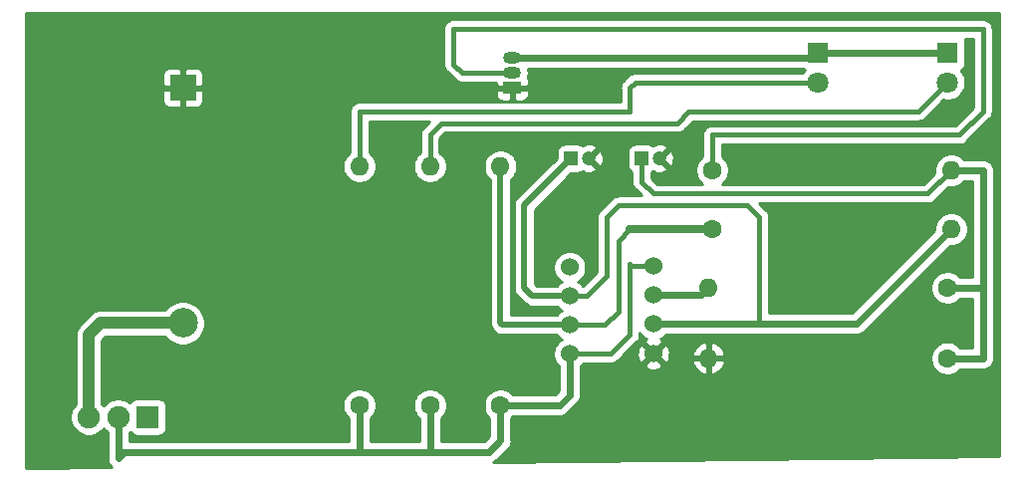
<source format=gbl>
G04 #@! TF.GenerationSoftware,KiCad,Pcbnew,(5.1.5)-3*
G04 #@! TF.CreationDate,2019-12-22T13:16:54-05:00*
G04 #@! TF.ProjectId,557_circuit,3535375f-6369-4726-9375-69742e6b6963,rev?*
G04 #@! TF.SameCoordinates,Original*
G04 #@! TF.FileFunction,Copper,L2,Bot*
G04 #@! TF.FilePolarity,Positive*
%FSLAX46Y46*%
G04 Gerber Fmt 4.6, Leading zero omitted, Abs format (unit mm)*
G04 Created by KiCad (PCBNEW (5.1.5)-3) date 2019-12-22 13:16:54*
%MOMM*%
%LPD*%
G04 APERTURE LIST*
%ADD10C,1.900000*%
%ADD11R,1.900000X1.900000*%
%ADD12C,2.500000*%
%ADD13R,2.170000X2.170000*%
%ADD14C,1.524000*%
%ADD15R,1.200000X1.200000*%
%ADD16C,1.200000*%
%ADD17R,1.800000X1.800000*%
%ADD18C,1.800000*%
%ADD19O,1.500000X1.050000*%
%ADD20R,1.500000X1.050000*%
%ADD21O,1.600000X1.600000*%
%ADD22C,1.600000*%
%ADD23C,0.600000*%
%ADD24C,0.500000*%
%ADD25C,0.400000*%
%ADD26C,0.700000*%
%ADD27C,1.000000*%
%ADD28C,0.254000*%
G04 APERTURE END LIST*
D10*
X20000000Y-57000000D03*
X22500000Y-57000000D03*
D11*
X25000000Y-57000000D03*
D12*
X28000000Y-49000000D03*
D13*
X28000000Y-29000000D03*
D14*
X68000000Y-44164600D03*
X68000000Y-46603000D03*
X68000000Y-49066800D03*
X68000000Y-51606800D03*
X68000000Y-51606800D03*
X68000000Y-49066800D03*
X68000000Y-46603000D03*
X68000000Y-44164600D03*
X60888000Y-51606800D03*
X60888000Y-49143000D03*
X60888000Y-46704600D03*
X60888000Y-44266200D03*
D15*
X61000000Y-35000000D03*
D16*
X62500000Y-35000000D03*
X68500000Y-35000000D03*
D15*
X67000000Y-35000000D03*
D17*
X93000000Y-26000000D03*
D18*
X93000000Y-28540000D03*
X82000000Y-28540000D03*
D17*
X82000000Y-26000000D03*
D19*
X56000000Y-27730000D03*
X56000000Y-26460000D03*
D20*
X56000000Y-29000000D03*
D21*
X55000000Y-35680000D03*
D22*
X55000000Y-56000000D03*
X73000000Y-41000000D03*
D21*
X93320000Y-41000000D03*
X72680000Y-46000000D03*
D22*
X93000000Y-46000000D03*
X93000000Y-52000000D03*
D21*
X72680000Y-52000000D03*
D22*
X73000000Y-36000000D03*
D21*
X93320000Y-36000000D03*
X49000000Y-35680000D03*
D22*
X49000000Y-56000000D03*
X43000000Y-56000000D03*
D21*
X43000000Y-35680000D03*
D23*
X68000000Y-49066800D02*
X77000000Y-49066800D01*
X77000000Y-49066800D02*
X85253200Y-49066800D01*
X85253200Y-49066800D02*
X93320000Y-41000000D01*
D24*
X60888000Y-46704600D02*
X57704600Y-46704600D01*
X57000000Y-39000000D02*
X61000000Y-35000000D01*
X57000000Y-46000000D02*
X57000000Y-39000000D01*
X57704600Y-46704600D02*
X57000000Y-46000000D01*
D25*
X60888000Y-46704600D02*
X62295400Y-46704600D01*
X77000000Y-40000000D02*
X77000000Y-49066800D01*
X76000000Y-39000000D02*
X77000000Y-40000000D01*
X65000000Y-39000000D02*
X76000000Y-39000000D01*
X64000000Y-40000000D02*
X65000000Y-39000000D01*
X64000000Y-45000000D02*
X64000000Y-40000000D01*
X62295400Y-46704600D02*
X64000000Y-45000000D01*
X77000000Y-49066800D02*
X77000000Y-49000000D01*
X77000000Y-49000000D02*
X77000000Y-49066800D01*
D23*
X93320000Y-36000000D02*
X96000000Y-36000000D01*
X96000000Y-52000000D02*
X93000000Y-52000000D01*
X96000000Y-36000000D02*
X96000000Y-46000000D01*
X96000000Y-46000000D02*
X96000000Y-52000000D01*
X93000000Y-46000000D02*
X96000000Y-46000000D01*
D25*
X67000000Y-35000000D02*
X67000000Y-37000000D01*
X91320000Y-38000000D02*
X93320000Y-36000000D01*
X68000000Y-38000000D02*
X91320000Y-38000000D01*
X67000000Y-37000000D02*
X68000000Y-38000000D01*
D23*
X56000000Y-26460000D02*
X81540000Y-26460000D01*
X81540000Y-26460000D02*
X82000000Y-26000000D01*
X82000000Y-26000000D02*
X93000000Y-26000000D01*
D25*
X49000000Y-35680000D02*
X49000000Y-33000000D01*
X90540000Y-31000000D02*
X93000000Y-28540000D01*
X71000000Y-31000000D02*
X90540000Y-31000000D01*
X70000000Y-32000000D02*
X71000000Y-31000000D01*
X50000000Y-32000000D02*
X70000000Y-32000000D01*
X49000000Y-33000000D02*
X50000000Y-32000000D01*
X43000000Y-35680000D02*
X43000000Y-31000000D01*
X66460000Y-28540000D02*
X82000000Y-28540000D01*
X66000000Y-29000000D02*
X66460000Y-28540000D01*
X66000000Y-31000000D02*
X66000000Y-29000000D01*
X43000000Y-31000000D02*
X66000000Y-31000000D01*
X73000000Y-36000000D02*
X73000000Y-33000000D01*
X51730000Y-27730000D02*
X56000000Y-27730000D01*
X51000000Y-27000000D02*
X51730000Y-27730000D01*
X51000000Y-24000000D02*
X51000000Y-27000000D01*
X96000000Y-24000000D02*
X51000000Y-24000000D01*
X96000000Y-31000000D02*
X96000000Y-24000000D01*
X94000000Y-33000000D02*
X96000000Y-31000000D01*
X73000000Y-33000000D02*
X94000000Y-33000000D01*
D24*
X60888000Y-49143000D02*
X55143000Y-49143000D01*
X55000000Y-49000000D02*
X55000000Y-35680000D01*
X55143000Y-49143000D02*
X55000000Y-49000000D01*
D25*
X60888000Y-49143000D02*
X63857000Y-49143000D01*
X65000000Y-42000000D02*
X66000000Y-41000000D01*
X65000000Y-48000000D02*
X65000000Y-42000000D01*
X63857000Y-49143000D02*
X65000000Y-48000000D01*
D26*
X73000000Y-41000000D02*
X66000000Y-41000000D01*
D23*
X22500000Y-57000000D02*
X22500000Y-60500000D01*
X55000000Y-59000000D02*
X55000000Y-56000000D01*
X54000000Y-60000000D02*
X55000000Y-59000000D01*
X23000000Y-60000000D02*
X43000000Y-60000000D01*
X43000000Y-60000000D02*
X49000000Y-60000000D01*
X49000000Y-60000000D02*
X54000000Y-60000000D01*
X22500000Y-60500000D02*
X23000000Y-60000000D01*
X49000000Y-56000000D02*
X49000000Y-60000000D01*
X43000000Y-56000000D02*
X43000000Y-60000000D01*
X60888000Y-51606800D02*
X60888000Y-55112000D01*
X60000000Y-56000000D02*
X55000000Y-56000000D01*
X60888000Y-55112000D02*
X60000000Y-56000000D01*
D25*
X60888000Y-51606800D02*
X64393200Y-51606800D01*
X66000000Y-44000000D02*
X66164600Y-44164600D01*
X66000000Y-50000000D02*
X66000000Y-44000000D01*
X64393200Y-51606800D02*
X66000000Y-50000000D01*
X66164600Y-44164600D02*
X68000000Y-44164600D01*
D23*
X68000000Y-46603000D02*
X72077000Y-46603000D01*
X72077000Y-46603000D02*
X72680000Y-46000000D01*
D27*
X20000000Y-57000000D02*
X20000000Y-50000000D01*
X21000000Y-49000000D02*
X28000000Y-49000000D01*
X20000000Y-50000000D02*
X21000000Y-49000000D01*
D28*
G36*
X97340001Y-60347811D02*
G01*
X54375851Y-60859289D01*
X54521972Y-60781186D01*
X54664344Y-60664344D01*
X54693630Y-60628659D01*
X55628660Y-59693629D01*
X55664344Y-59664344D01*
X55781186Y-59521972D01*
X55861703Y-59371334D01*
X55868007Y-59359541D01*
X55921472Y-59183292D01*
X55939524Y-59000000D01*
X55935000Y-58954065D01*
X55935000Y-57094396D01*
X56094396Y-56935000D01*
X59954068Y-56935000D01*
X60000000Y-56939524D01*
X60045932Y-56935000D01*
X60183292Y-56921471D01*
X60359540Y-56868007D01*
X60521972Y-56781186D01*
X60664344Y-56664344D01*
X60693630Y-56628659D01*
X61516659Y-55805630D01*
X61552344Y-55776344D01*
X61669186Y-55633972D01*
X61752539Y-55478029D01*
X61756007Y-55471541D01*
X61809472Y-55295292D01*
X61827524Y-55112000D01*
X61823000Y-55066065D01*
X61823000Y-52647455D01*
X61898090Y-52572365D01*
X67214040Y-52572365D01*
X67281020Y-52812456D01*
X67530048Y-52929556D01*
X67797135Y-52995823D01*
X68072017Y-53008710D01*
X68344133Y-52967722D01*
X68603023Y-52874436D01*
X68718980Y-52812456D01*
X68785960Y-52572365D01*
X68000000Y-51786405D01*
X67214040Y-52572365D01*
X61898090Y-52572365D01*
X61973120Y-52497335D01*
X62010227Y-52441800D01*
X64352182Y-52441800D01*
X64393200Y-52445840D01*
X64434218Y-52441800D01*
X64434219Y-52441800D01*
X64556889Y-52429718D01*
X64714287Y-52381972D01*
X64859346Y-52304436D01*
X64986491Y-52200091D01*
X65012646Y-52168221D01*
X65502050Y-51678817D01*
X66598090Y-51678817D01*
X66639078Y-51950933D01*
X66732364Y-52209823D01*
X66794344Y-52325780D01*
X67034435Y-52392760D01*
X67820395Y-51606800D01*
X68179605Y-51606800D01*
X68965565Y-52392760D01*
X69122283Y-52349039D01*
X71288096Y-52349039D01*
X71328754Y-52483087D01*
X71448963Y-52737420D01*
X71616481Y-52963414D01*
X71824869Y-53152385D01*
X72066119Y-53297070D01*
X72330960Y-53391909D01*
X72553000Y-53270624D01*
X72553000Y-52127000D01*
X72807000Y-52127000D01*
X72807000Y-53270624D01*
X73029040Y-53391909D01*
X73293881Y-53297070D01*
X73535131Y-53152385D01*
X73743519Y-52963414D01*
X73911037Y-52737420D01*
X74031246Y-52483087D01*
X74071904Y-52349039D01*
X73949915Y-52127000D01*
X72807000Y-52127000D01*
X72553000Y-52127000D01*
X71410085Y-52127000D01*
X71288096Y-52349039D01*
X69122283Y-52349039D01*
X69205656Y-52325780D01*
X69322756Y-52076752D01*
X69389023Y-51809665D01*
X69396463Y-51650961D01*
X71288096Y-51650961D01*
X71410085Y-51873000D01*
X72553000Y-51873000D01*
X72553000Y-50729376D01*
X72807000Y-50729376D01*
X72807000Y-51873000D01*
X73949915Y-51873000D01*
X74071904Y-51650961D01*
X74031246Y-51516913D01*
X73911037Y-51262580D01*
X73743519Y-51036586D01*
X73535131Y-50847615D01*
X73293881Y-50702930D01*
X73029040Y-50608091D01*
X72807000Y-50729376D01*
X72553000Y-50729376D01*
X72330960Y-50608091D01*
X72066119Y-50702930D01*
X71824869Y-50847615D01*
X71616481Y-51036586D01*
X71448963Y-51262580D01*
X71328754Y-51516913D01*
X71288096Y-51650961D01*
X69396463Y-51650961D01*
X69401910Y-51534783D01*
X69360922Y-51262667D01*
X69267636Y-51003777D01*
X69205656Y-50887820D01*
X68965565Y-50820840D01*
X68179605Y-51606800D01*
X67820395Y-51606800D01*
X67034435Y-50820840D01*
X66794344Y-50887820D01*
X66677244Y-51136848D01*
X66610977Y-51403935D01*
X66598090Y-51678817D01*
X65502050Y-51678817D01*
X66561428Y-50619440D01*
X66593291Y-50593291D01*
X66697636Y-50466146D01*
X66775172Y-50321087D01*
X66822918Y-50163689D01*
X66835000Y-50041019D01*
X66835000Y-50041009D01*
X66839039Y-50000001D01*
X66835000Y-49958993D01*
X66835000Y-49837786D01*
X66914880Y-49957335D01*
X67109465Y-50151920D01*
X67338273Y-50304805D01*
X67409943Y-50334492D01*
X67396977Y-50339164D01*
X67281020Y-50401144D01*
X67214040Y-50641235D01*
X68000000Y-51427195D01*
X68785960Y-50641235D01*
X68718980Y-50401144D01*
X68583240Y-50337315D01*
X68661727Y-50304805D01*
X68890535Y-50151920D01*
X69040655Y-50001800D01*
X85207268Y-50001800D01*
X85253200Y-50006324D01*
X85299132Y-50001800D01*
X85436492Y-49988271D01*
X85612740Y-49934807D01*
X85775172Y-49847986D01*
X85917544Y-49731144D01*
X85946830Y-49695459D01*
X93207289Y-42435000D01*
X93461335Y-42435000D01*
X93738574Y-42379853D01*
X93999727Y-42271680D01*
X94234759Y-42114637D01*
X94434637Y-41914759D01*
X94591680Y-41679727D01*
X94699853Y-41418574D01*
X94755000Y-41141335D01*
X94755000Y-40858665D01*
X94699853Y-40581426D01*
X94591680Y-40320273D01*
X94434637Y-40085241D01*
X94234759Y-39885363D01*
X93999727Y-39728320D01*
X93738574Y-39620147D01*
X93461335Y-39565000D01*
X93178665Y-39565000D01*
X92901426Y-39620147D01*
X92640273Y-39728320D01*
X92405241Y-39885363D01*
X92205363Y-40085241D01*
X92048320Y-40320273D01*
X91940147Y-40581426D01*
X91885000Y-40858665D01*
X91885000Y-41112711D01*
X84865911Y-48131800D01*
X77835000Y-48131800D01*
X77835000Y-40041018D01*
X77839040Y-40000000D01*
X77822918Y-39836312D01*
X77793524Y-39739410D01*
X77775172Y-39678913D01*
X77697636Y-39533854D01*
X77642069Y-39466145D01*
X77619439Y-39438570D01*
X77619437Y-39438568D01*
X77593291Y-39406709D01*
X77561433Y-39380564D01*
X77015868Y-38835000D01*
X91278982Y-38835000D01*
X91320000Y-38839040D01*
X91361018Y-38835000D01*
X91361019Y-38835000D01*
X91483689Y-38822918D01*
X91641087Y-38775172D01*
X91786146Y-38697636D01*
X91913291Y-38593291D01*
X91939446Y-38561421D01*
X93084582Y-37416285D01*
X93178665Y-37435000D01*
X93461335Y-37435000D01*
X93738574Y-37379853D01*
X93999727Y-37271680D01*
X94234759Y-37114637D01*
X94414396Y-36935000D01*
X95065000Y-36935000D01*
X95065001Y-45065000D01*
X94094396Y-45065000D01*
X93914759Y-44885363D01*
X93679727Y-44728320D01*
X93418574Y-44620147D01*
X93141335Y-44565000D01*
X92858665Y-44565000D01*
X92581426Y-44620147D01*
X92320273Y-44728320D01*
X92085241Y-44885363D01*
X91885363Y-45085241D01*
X91728320Y-45320273D01*
X91620147Y-45581426D01*
X91565000Y-45858665D01*
X91565000Y-46141335D01*
X91620147Y-46418574D01*
X91728320Y-46679727D01*
X91885363Y-46914759D01*
X92085241Y-47114637D01*
X92320273Y-47271680D01*
X92581426Y-47379853D01*
X92858665Y-47435000D01*
X93141335Y-47435000D01*
X93418574Y-47379853D01*
X93679727Y-47271680D01*
X93914759Y-47114637D01*
X94094396Y-46935000D01*
X95065000Y-46935000D01*
X95065001Y-51065000D01*
X94094396Y-51065000D01*
X93914759Y-50885363D01*
X93679727Y-50728320D01*
X93418574Y-50620147D01*
X93141335Y-50565000D01*
X92858665Y-50565000D01*
X92581426Y-50620147D01*
X92320273Y-50728320D01*
X92085241Y-50885363D01*
X91885363Y-51085241D01*
X91728320Y-51320273D01*
X91620147Y-51581426D01*
X91565000Y-51858665D01*
X91565000Y-52141335D01*
X91620147Y-52418574D01*
X91728320Y-52679727D01*
X91885363Y-52914759D01*
X92085241Y-53114637D01*
X92320273Y-53271680D01*
X92581426Y-53379853D01*
X92858665Y-53435000D01*
X93141335Y-53435000D01*
X93418574Y-53379853D01*
X93679727Y-53271680D01*
X93914759Y-53114637D01*
X94094396Y-52935000D01*
X95954068Y-52935000D01*
X96000000Y-52939524D01*
X96045932Y-52935000D01*
X96183292Y-52921471D01*
X96359540Y-52868007D01*
X96521972Y-52781186D01*
X96664344Y-52664344D01*
X96781186Y-52521972D01*
X96868007Y-52359540D01*
X96921471Y-52183292D01*
X96939524Y-52000000D01*
X96935000Y-51954068D01*
X96935000Y-46045932D01*
X96939524Y-46000000D01*
X96935000Y-45954068D01*
X96935000Y-36045932D01*
X96939524Y-36000000D01*
X96921471Y-35816708D01*
X96868007Y-35640460D01*
X96781186Y-35478028D01*
X96664344Y-35335656D01*
X96521972Y-35218814D01*
X96359540Y-35131993D01*
X96183292Y-35078529D01*
X96045932Y-35065000D01*
X96000000Y-35060476D01*
X95954068Y-35065000D01*
X94414396Y-35065000D01*
X94234759Y-34885363D01*
X93999727Y-34728320D01*
X93738574Y-34620147D01*
X93461335Y-34565000D01*
X93178665Y-34565000D01*
X92901426Y-34620147D01*
X92640273Y-34728320D01*
X92405241Y-34885363D01*
X92205363Y-35085241D01*
X92048320Y-35320273D01*
X91940147Y-35581426D01*
X91885000Y-35858665D01*
X91885000Y-36141335D01*
X91903715Y-36235418D01*
X90974133Y-37165000D01*
X73839385Y-37165000D01*
X73914759Y-37114637D01*
X74114637Y-36914759D01*
X74271680Y-36679727D01*
X74379853Y-36418574D01*
X74435000Y-36141335D01*
X74435000Y-35858665D01*
X74379853Y-35581426D01*
X74271680Y-35320273D01*
X74114637Y-35085241D01*
X73914759Y-34885363D01*
X73835000Y-34832070D01*
X73835000Y-33835000D01*
X93958982Y-33835000D01*
X94000000Y-33839040D01*
X94041018Y-33835000D01*
X94041019Y-33835000D01*
X94163689Y-33822918D01*
X94321087Y-33775172D01*
X94466146Y-33697636D01*
X94593291Y-33593291D01*
X94619446Y-33561421D01*
X96561430Y-31619438D01*
X96593291Y-31593291D01*
X96697636Y-31466146D01*
X96775172Y-31321087D01*
X96822918Y-31163689D01*
X96835000Y-31041019D01*
X96835000Y-31041018D01*
X96839040Y-31000001D01*
X96835000Y-30958981D01*
X96835000Y-24041019D01*
X96839040Y-24000000D01*
X96822918Y-23836311D01*
X96775172Y-23678913D01*
X96697636Y-23533854D01*
X96593291Y-23406709D01*
X96466146Y-23302364D01*
X96321087Y-23224828D01*
X96163689Y-23177082D01*
X96041019Y-23165000D01*
X96000000Y-23160960D01*
X95958982Y-23165000D01*
X51041018Y-23165000D01*
X51000000Y-23160960D01*
X50958981Y-23165000D01*
X50836311Y-23177082D01*
X50678913Y-23224828D01*
X50533854Y-23302364D01*
X50406709Y-23406709D01*
X50302364Y-23533854D01*
X50224828Y-23678913D01*
X50177082Y-23836311D01*
X50160960Y-24000000D01*
X50165000Y-24041019D01*
X50165001Y-26958972D01*
X50160960Y-27000000D01*
X50177082Y-27163688D01*
X50224828Y-27321086D01*
X50287721Y-27438750D01*
X50302365Y-27466146D01*
X50406710Y-27593291D01*
X50438574Y-27619441D01*
X51110563Y-28291431D01*
X51136709Y-28323291D01*
X51168568Y-28349437D01*
X51168570Y-28349439D01*
X51263854Y-28427636D01*
X51408913Y-28505172D01*
X51566311Y-28552918D01*
X51730000Y-28569040D01*
X51771018Y-28565000D01*
X54613084Y-28565000D01*
X54615000Y-28714250D01*
X54773750Y-28873000D01*
X55546891Y-28873000D01*
X55547600Y-28873215D01*
X55718021Y-28890000D01*
X56281979Y-28890000D01*
X56452400Y-28873215D01*
X56453109Y-28873000D01*
X57226250Y-28873000D01*
X57385000Y-28714250D01*
X57388072Y-28475000D01*
X57375812Y-28350518D01*
X57339502Y-28230820D01*
X57304907Y-28166098D01*
X57368215Y-27957400D01*
X57390612Y-27730000D01*
X57368215Y-27502600D01*
X57335575Y-27395000D01*
X80702204Y-27395000D01*
X80745506Y-27430537D01*
X80855820Y-27489502D01*
X80874127Y-27495056D01*
X80807688Y-27561495D01*
X80711801Y-27705000D01*
X66501015Y-27705000D01*
X66459999Y-27700960D01*
X66418983Y-27705000D01*
X66418981Y-27705000D01*
X66296311Y-27717082D01*
X66138913Y-27764828D01*
X65993854Y-27842364D01*
X65866709Y-27946709D01*
X65840554Y-27978579D01*
X65438574Y-28380559D01*
X65406710Y-28406709D01*
X65380562Y-28438571D01*
X65302364Y-28533855D01*
X65224828Y-28678914D01*
X65177082Y-28836312D01*
X65160960Y-29000000D01*
X65165001Y-29041028D01*
X65165000Y-30165000D01*
X43041019Y-30165000D01*
X43000000Y-30160960D01*
X42958982Y-30165000D01*
X42958981Y-30165000D01*
X42836311Y-30177082D01*
X42678913Y-30224828D01*
X42533854Y-30302364D01*
X42406709Y-30406709D01*
X42302364Y-30533854D01*
X42224828Y-30678913D01*
X42177082Y-30836311D01*
X42160960Y-31000000D01*
X42165001Y-31041029D01*
X42165000Y-34512070D01*
X42085241Y-34565363D01*
X41885363Y-34765241D01*
X41728320Y-35000273D01*
X41620147Y-35261426D01*
X41565000Y-35538665D01*
X41565000Y-35821335D01*
X41620147Y-36098574D01*
X41728320Y-36359727D01*
X41885363Y-36594759D01*
X42085241Y-36794637D01*
X42320273Y-36951680D01*
X42581426Y-37059853D01*
X42858665Y-37115000D01*
X43141335Y-37115000D01*
X43418574Y-37059853D01*
X43679727Y-36951680D01*
X43914759Y-36794637D01*
X44114637Y-36594759D01*
X44271680Y-36359727D01*
X44379853Y-36098574D01*
X44435000Y-35821335D01*
X44435000Y-35538665D01*
X44379853Y-35261426D01*
X44271680Y-35000273D01*
X44114637Y-34765241D01*
X43914759Y-34565363D01*
X43835000Y-34512070D01*
X43835000Y-31835000D01*
X48984132Y-31835000D01*
X48438574Y-32380559D01*
X48406710Y-32406709D01*
X48325907Y-32505168D01*
X48302364Y-32533855D01*
X48224828Y-32678914D01*
X48177082Y-32836312D01*
X48160960Y-33000000D01*
X48165001Y-33041028D01*
X48165000Y-34512070D01*
X48085241Y-34565363D01*
X47885363Y-34765241D01*
X47728320Y-35000273D01*
X47620147Y-35261426D01*
X47565000Y-35538665D01*
X47565000Y-35821335D01*
X47620147Y-36098574D01*
X47728320Y-36359727D01*
X47885363Y-36594759D01*
X48085241Y-36794637D01*
X48320273Y-36951680D01*
X48581426Y-37059853D01*
X48858665Y-37115000D01*
X49141335Y-37115000D01*
X49418574Y-37059853D01*
X49679727Y-36951680D01*
X49914759Y-36794637D01*
X50114637Y-36594759D01*
X50271680Y-36359727D01*
X50379853Y-36098574D01*
X50435000Y-35821335D01*
X50435000Y-35538665D01*
X50379853Y-35261426D01*
X50271680Y-35000273D01*
X50114637Y-34765241D01*
X49914759Y-34565363D01*
X49835000Y-34512070D01*
X49835000Y-33345868D01*
X50345868Y-32835000D01*
X69958982Y-32835000D01*
X70000000Y-32839040D01*
X70041018Y-32835000D01*
X70041019Y-32835000D01*
X70163689Y-32822918D01*
X70321087Y-32775172D01*
X70466146Y-32697636D01*
X70593291Y-32593291D01*
X70619445Y-32561422D01*
X71345868Y-31835000D01*
X90498982Y-31835000D01*
X90540000Y-31839040D01*
X90581018Y-31835000D01*
X90581019Y-31835000D01*
X90703689Y-31822918D01*
X90861087Y-31775172D01*
X91006146Y-31697636D01*
X91133291Y-31593291D01*
X91159446Y-31561421D01*
X92679539Y-30041329D01*
X92848816Y-30075000D01*
X93151184Y-30075000D01*
X93447743Y-30016011D01*
X93727095Y-29900299D01*
X93978505Y-29732312D01*
X94192312Y-29518505D01*
X94360299Y-29267095D01*
X94476011Y-28987743D01*
X94535000Y-28691184D01*
X94535000Y-28388816D01*
X94476011Y-28092257D01*
X94360299Y-27812905D01*
X94192312Y-27561495D01*
X94125873Y-27495056D01*
X94144180Y-27489502D01*
X94254494Y-27430537D01*
X94351185Y-27351185D01*
X94430537Y-27254494D01*
X94489502Y-27144180D01*
X94525812Y-27024482D01*
X94538072Y-26900000D01*
X94538072Y-25100000D01*
X94525812Y-24975518D01*
X94489502Y-24855820D01*
X94478373Y-24835000D01*
X95165001Y-24835000D01*
X95165000Y-30654132D01*
X93654133Y-32165000D01*
X73041019Y-32165000D01*
X73000000Y-32160960D01*
X72958982Y-32165000D01*
X72958981Y-32165000D01*
X72836311Y-32177082D01*
X72678913Y-32224828D01*
X72533854Y-32302364D01*
X72406709Y-32406709D01*
X72302364Y-32533854D01*
X72224828Y-32678913D01*
X72177082Y-32836311D01*
X72160960Y-33000000D01*
X72165001Y-33041029D01*
X72165000Y-34832070D01*
X72085241Y-34885363D01*
X71885363Y-35085241D01*
X71728320Y-35320273D01*
X71620147Y-35581426D01*
X71565000Y-35858665D01*
X71565000Y-36141335D01*
X71620147Y-36418574D01*
X71728320Y-36679727D01*
X71885363Y-36914759D01*
X72085241Y-37114637D01*
X72160615Y-37165000D01*
X68345868Y-37165000D01*
X67835000Y-36654132D01*
X67835000Y-36192287D01*
X67844180Y-36189502D01*
X67954494Y-36130537D01*
X67971681Y-36116432D01*
X68098516Y-36174237D01*
X68335313Y-36230000D01*
X68578438Y-36238495D01*
X68818549Y-36199395D01*
X69046418Y-36114202D01*
X69122852Y-36073348D01*
X69170159Y-35849764D01*
X68500000Y-35179605D01*
X68485858Y-35193748D01*
X68306253Y-35014143D01*
X68320395Y-35000000D01*
X68679605Y-35000000D01*
X69349764Y-35670159D01*
X69573348Y-35622852D01*
X69674237Y-35401484D01*
X69730000Y-35164687D01*
X69738495Y-34921562D01*
X69699395Y-34681451D01*
X69614202Y-34453582D01*
X69573348Y-34377148D01*
X69349764Y-34329841D01*
X68679605Y-35000000D01*
X68320395Y-35000000D01*
X68306253Y-34985858D01*
X68485858Y-34806253D01*
X68500000Y-34820395D01*
X69170159Y-34150236D01*
X69122852Y-33926652D01*
X68901484Y-33825763D01*
X68664687Y-33770000D01*
X68421562Y-33761505D01*
X68181451Y-33800605D01*
X67967883Y-33880451D01*
X67954494Y-33869463D01*
X67844180Y-33810498D01*
X67724482Y-33774188D01*
X67600000Y-33761928D01*
X66400000Y-33761928D01*
X66275518Y-33774188D01*
X66155820Y-33810498D01*
X66045506Y-33869463D01*
X65948815Y-33948815D01*
X65869463Y-34045506D01*
X65810498Y-34155820D01*
X65774188Y-34275518D01*
X65761928Y-34400000D01*
X65761928Y-35600000D01*
X65774188Y-35724482D01*
X65810498Y-35844180D01*
X65869463Y-35954494D01*
X65948815Y-36051185D01*
X66045506Y-36130537D01*
X66155820Y-36189502D01*
X66165001Y-36192287D01*
X66165001Y-36958972D01*
X66160960Y-37000000D01*
X66177082Y-37163688D01*
X66224828Y-37321086D01*
X66302364Y-37466145D01*
X66302365Y-37466146D01*
X66406710Y-37593291D01*
X66438574Y-37619441D01*
X66984132Y-38165000D01*
X65041018Y-38165000D01*
X65000000Y-38160960D01*
X64958982Y-38165000D01*
X64958981Y-38165000D01*
X64836311Y-38177082D01*
X64678913Y-38224828D01*
X64533854Y-38302364D01*
X64470023Y-38354749D01*
X64449998Y-38371183D01*
X64406709Y-38406709D01*
X64380563Y-38438568D01*
X63438574Y-39380559D01*
X63406710Y-39406709D01*
X63335024Y-39494059D01*
X63302364Y-39533855D01*
X63224828Y-39678914D01*
X63177082Y-39836312D01*
X63160960Y-40000000D01*
X63165001Y-40041028D01*
X63165000Y-44654132D01*
X61985917Y-45833216D01*
X61973120Y-45814065D01*
X61778535Y-45619480D01*
X61577871Y-45485400D01*
X61778535Y-45351320D01*
X61973120Y-45156735D01*
X62126005Y-44927927D01*
X62231314Y-44673690D01*
X62285000Y-44403792D01*
X62285000Y-44128608D01*
X62231314Y-43858710D01*
X62126005Y-43604473D01*
X61973120Y-43375665D01*
X61778535Y-43181080D01*
X61549727Y-43028195D01*
X61295490Y-42922886D01*
X61025592Y-42869200D01*
X60750408Y-42869200D01*
X60480510Y-42922886D01*
X60226273Y-43028195D01*
X59997465Y-43181080D01*
X59802880Y-43375665D01*
X59649995Y-43604473D01*
X59544686Y-43858710D01*
X59491000Y-44128608D01*
X59491000Y-44403792D01*
X59544686Y-44673690D01*
X59649995Y-44927927D01*
X59802880Y-45156735D01*
X59997465Y-45351320D01*
X60198129Y-45485400D01*
X59997465Y-45619480D01*
X59802880Y-45814065D01*
X59799182Y-45819600D01*
X58071179Y-45819600D01*
X57885000Y-45633422D01*
X57885000Y-39366578D01*
X61013507Y-36238072D01*
X61600000Y-36238072D01*
X61724482Y-36225812D01*
X61844180Y-36189502D01*
X61954494Y-36130537D01*
X61971681Y-36116432D01*
X62098516Y-36174237D01*
X62335313Y-36230000D01*
X62578438Y-36238495D01*
X62818549Y-36199395D01*
X63046418Y-36114202D01*
X63122852Y-36073348D01*
X63170159Y-35849764D01*
X62500000Y-35179605D01*
X62485858Y-35193748D01*
X62306253Y-35014143D01*
X62320395Y-35000000D01*
X62679605Y-35000000D01*
X63349764Y-35670159D01*
X63573348Y-35622852D01*
X63674237Y-35401484D01*
X63730000Y-35164687D01*
X63738495Y-34921562D01*
X63699395Y-34681451D01*
X63614202Y-34453582D01*
X63573348Y-34377148D01*
X63349764Y-34329841D01*
X62679605Y-35000000D01*
X62320395Y-35000000D01*
X62306253Y-34985858D01*
X62485858Y-34806253D01*
X62500000Y-34820395D01*
X63170159Y-34150236D01*
X63122852Y-33926652D01*
X62901484Y-33825763D01*
X62664687Y-33770000D01*
X62421562Y-33761505D01*
X62181451Y-33800605D01*
X61967883Y-33880451D01*
X61954494Y-33869463D01*
X61844180Y-33810498D01*
X61724482Y-33774188D01*
X61600000Y-33761928D01*
X60400000Y-33761928D01*
X60275518Y-33774188D01*
X60155820Y-33810498D01*
X60045506Y-33869463D01*
X59948815Y-33948815D01*
X59869463Y-34045506D01*
X59810498Y-34155820D01*
X59774188Y-34275518D01*
X59761928Y-34400000D01*
X59761928Y-34986493D01*
X56404951Y-38343470D01*
X56371184Y-38371183D01*
X56343471Y-38404951D01*
X56343468Y-38404954D01*
X56260590Y-38505941D01*
X56178412Y-38659687D01*
X56127805Y-38826510D01*
X56110719Y-39000000D01*
X56115001Y-39043479D01*
X56115000Y-45956531D01*
X56110719Y-46000000D01*
X56115000Y-46043469D01*
X56115000Y-46043476D01*
X56127805Y-46173489D01*
X56178411Y-46340312D01*
X56260589Y-46494058D01*
X56371183Y-46628817D01*
X56404956Y-46656534D01*
X57048070Y-47299649D01*
X57075783Y-47333417D01*
X57109551Y-47361130D01*
X57109553Y-47361132D01*
X57159638Y-47402236D01*
X57210541Y-47444011D01*
X57364287Y-47526189D01*
X57531110Y-47576795D01*
X57661123Y-47589600D01*
X57661131Y-47589600D01*
X57704600Y-47593881D01*
X57748069Y-47589600D01*
X59799182Y-47589600D01*
X59802880Y-47595135D01*
X59997465Y-47789720D01*
X60198129Y-47923800D01*
X59997465Y-48057880D01*
X59802880Y-48252465D01*
X59799182Y-48258000D01*
X55885000Y-48258000D01*
X55885000Y-36814521D01*
X55914759Y-36794637D01*
X56114637Y-36594759D01*
X56271680Y-36359727D01*
X56379853Y-36098574D01*
X56435000Y-35821335D01*
X56435000Y-35538665D01*
X56379853Y-35261426D01*
X56271680Y-35000273D01*
X56114637Y-34765241D01*
X55914759Y-34565363D01*
X55679727Y-34408320D01*
X55418574Y-34300147D01*
X55141335Y-34245000D01*
X54858665Y-34245000D01*
X54581426Y-34300147D01*
X54320273Y-34408320D01*
X54085241Y-34565363D01*
X53885363Y-34765241D01*
X53728320Y-35000273D01*
X53620147Y-35261426D01*
X53565000Y-35538665D01*
X53565000Y-35821335D01*
X53620147Y-36098574D01*
X53728320Y-36359727D01*
X53885363Y-36594759D01*
X54085241Y-36794637D01*
X54115001Y-36814522D01*
X54115000Y-48956531D01*
X54110719Y-49000000D01*
X54115000Y-49043469D01*
X54115000Y-49043476D01*
X54127805Y-49173489D01*
X54178411Y-49340312D01*
X54260589Y-49494058D01*
X54371183Y-49628817D01*
X54404956Y-49656534D01*
X54486466Y-49738044D01*
X54514183Y-49771817D01*
X54648941Y-49882411D01*
X54802687Y-49964589D01*
X54969510Y-50015195D01*
X55099523Y-50028000D01*
X55099531Y-50028000D01*
X55143000Y-50032281D01*
X55186469Y-50028000D01*
X59799182Y-50028000D01*
X59802880Y-50033535D01*
X59997465Y-50228120D01*
X60217136Y-50374900D01*
X59997465Y-50521680D01*
X59802880Y-50716265D01*
X59649995Y-50945073D01*
X59544686Y-51199310D01*
X59491000Y-51469208D01*
X59491000Y-51744392D01*
X59544686Y-52014290D01*
X59649995Y-52268527D01*
X59802880Y-52497335D01*
X59953000Y-52647455D01*
X59953001Y-54724710D01*
X59612711Y-55065000D01*
X56094396Y-55065000D01*
X55914759Y-54885363D01*
X55679727Y-54728320D01*
X55418574Y-54620147D01*
X55141335Y-54565000D01*
X54858665Y-54565000D01*
X54581426Y-54620147D01*
X54320273Y-54728320D01*
X54085241Y-54885363D01*
X53885363Y-55085241D01*
X53728320Y-55320273D01*
X53620147Y-55581426D01*
X53565000Y-55858665D01*
X53565000Y-56141335D01*
X53620147Y-56418574D01*
X53728320Y-56679727D01*
X53885363Y-56914759D01*
X54065001Y-57094397D01*
X54065000Y-58612711D01*
X53612711Y-59065000D01*
X49935000Y-59065000D01*
X49935000Y-57094396D01*
X50114637Y-56914759D01*
X50271680Y-56679727D01*
X50379853Y-56418574D01*
X50435000Y-56141335D01*
X50435000Y-55858665D01*
X50379853Y-55581426D01*
X50271680Y-55320273D01*
X50114637Y-55085241D01*
X49914759Y-54885363D01*
X49679727Y-54728320D01*
X49418574Y-54620147D01*
X49141335Y-54565000D01*
X48858665Y-54565000D01*
X48581426Y-54620147D01*
X48320273Y-54728320D01*
X48085241Y-54885363D01*
X47885363Y-55085241D01*
X47728320Y-55320273D01*
X47620147Y-55581426D01*
X47565000Y-55858665D01*
X47565000Y-56141335D01*
X47620147Y-56418574D01*
X47728320Y-56679727D01*
X47885363Y-56914759D01*
X48065000Y-57094396D01*
X48065001Y-59065000D01*
X43935000Y-59065000D01*
X43935000Y-57094396D01*
X44114637Y-56914759D01*
X44271680Y-56679727D01*
X44379853Y-56418574D01*
X44435000Y-56141335D01*
X44435000Y-55858665D01*
X44379853Y-55581426D01*
X44271680Y-55320273D01*
X44114637Y-55085241D01*
X43914759Y-54885363D01*
X43679727Y-54728320D01*
X43418574Y-54620147D01*
X43141335Y-54565000D01*
X42858665Y-54565000D01*
X42581426Y-54620147D01*
X42320273Y-54728320D01*
X42085241Y-54885363D01*
X41885363Y-55085241D01*
X41728320Y-55320273D01*
X41620147Y-55581426D01*
X41565000Y-55858665D01*
X41565000Y-56141335D01*
X41620147Y-56418574D01*
X41728320Y-56679727D01*
X41885363Y-56914759D01*
X42065000Y-57094396D01*
X42065001Y-59065000D01*
X23435000Y-59065000D01*
X23435000Y-58281517D01*
X23488186Y-58245979D01*
X23519463Y-58304494D01*
X23598815Y-58401185D01*
X23695506Y-58480537D01*
X23805820Y-58539502D01*
X23925518Y-58575812D01*
X24050000Y-58588072D01*
X25950000Y-58588072D01*
X26074482Y-58575812D01*
X26194180Y-58539502D01*
X26304494Y-58480537D01*
X26401185Y-58401185D01*
X26480537Y-58304494D01*
X26539502Y-58194180D01*
X26575812Y-58074482D01*
X26588072Y-57950000D01*
X26588072Y-56050000D01*
X26575812Y-55925518D01*
X26539502Y-55805820D01*
X26480537Y-55695506D01*
X26401185Y-55598815D01*
X26304494Y-55519463D01*
X26194180Y-55460498D01*
X26074482Y-55424188D01*
X25950000Y-55411928D01*
X24050000Y-55411928D01*
X23925518Y-55424188D01*
X23805820Y-55460498D01*
X23695506Y-55519463D01*
X23598815Y-55598815D01*
X23519463Y-55695506D01*
X23488186Y-55754021D01*
X23250779Y-55595391D01*
X22962327Y-55475911D01*
X22656109Y-55415000D01*
X22343891Y-55415000D01*
X22037673Y-55475911D01*
X21749221Y-55595391D01*
X21489621Y-55768850D01*
X21268850Y-55989621D01*
X21250000Y-56017832D01*
X21231150Y-55989621D01*
X21135000Y-55893471D01*
X21135000Y-50470132D01*
X21470132Y-50135000D01*
X26491312Y-50135000D01*
X26535825Y-50201618D01*
X26798382Y-50464175D01*
X27107118Y-50670466D01*
X27450166Y-50812561D01*
X27814344Y-50885000D01*
X28185656Y-50885000D01*
X28549834Y-50812561D01*
X28892882Y-50670466D01*
X29201618Y-50464175D01*
X29464175Y-50201618D01*
X29670466Y-49892882D01*
X29812561Y-49549834D01*
X29885000Y-49185656D01*
X29885000Y-48814344D01*
X29812561Y-48450166D01*
X29670466Y-48107118D01*
X29464175Y-47798382D01*
X29201618Y-47535825D01*
X28892882Y-47329534D01*
X28549834Y-47187439D01*
X28185656Y-47115000D01*
X27814344Y-47115000D01*
X27450166Y-47187439D01*
X27107118Y-47329534D01*
X26798382Y-47535825D01*
X26535825Y-47798382D01*
X26491312Y-47865000D01*
X21055752Y-47865000D01*
X21000000Y-47859509D01*
X20777501Y-47881423D01*
X20563553Y-47946324D01*
X20366377Y-48051716D01*
X20236856Y-48158011D01*
X20236854Y-48158013D01*
X20193551Y-48193551D01*
X20158013Y-48236855D01*
X19236859Y-49158009D01*
X19193552Y-49193551D01*
X19051717Y-49366377D01*
X19014264Y-49436447D01*
X18946324Y-49563554D01*
X18881423Y-49777502D01*
X18859509Y-50000000D01*
X18865001Y-50055761D01*
X18865000Y-55893471D01*
X18768850Y-55989621D01*
X18595391Y-56249221D01*
X18475911Y-56537673D01*
X18415000Y-56843891D01*
X18415000Y-57156109D01*
X18475911Y-57462327D01*
X18595391Y-57750779D01*
X18768850Y-58010379D01*
X18989621Y-58231150D01*
X19249221Y-58404609D01*
X19537673Y-58524089D01*
X19843891Y-58585000D01*
X20156109Y-58585000D01*
X20462327Y-58524089D01*
X20750779Y-58404609D01*
X21010379Y-58231150D01*
X21231150Y-58010379D01*
X21250000Y-57982168D01*
X21268850Y-58010379D01*
X21489621Y-58231150D01*
X21565000Y-58281517D01*
X21565001Y-60454058D01*
X21560476Y-60500000D01*
X21578529Y-60683291D01*
X21631994Y-60859540D01*
X21718815Y-61021972D01*
X21835657Y-61164344D01*
X21934539Y-61245495D01*
X14660000Y-61332096D01*
X14660000Y-30085000D01*
X26276928Y-30085000D01*
X26289188Y-30209482D01*
X26325498Y-30329180D01*
X26384463Y-30439494D01*
X26463815Y-30536185D01*
X26560506Y-30615537D01*
X26670820Y-30674502D01*
X26790518Y-30710812D01*
X26915000Y-30723072D01*
X27714250Y-30720000D01*
X27873000Y-30561250D01*
X27873000Y-29127000D01*
X28127000Y-29127000D01*
X28127000Y-30561250D01*
X28285750Y-30720000D01*
X29085000Y-30723072D01*
X29209482Y-30710812D01*
X29329180Y-30674502D01*
X29439494Y-30615537D01*
X29536185Y-30536185D01*
X29615537Y-30439494D01*
X29674502Y-30329180D01*
X29710812Y-30209482D01*
X29723072Y-30085000D01*
X29720920Y-29525000D01*
X54611928Y-29525000D01*
X54624188Y-29649482D01*
X54660498Y-29769180D01*
X54719463Y-29879494D01*
X54798815Y-29976185D01*
X54895506Y-30055537D01*
X55005820Y-30114502D01*
X55125518Y-30150812D01*
X55250000Y-30163072D01*
X55714250Y-30160000D01*
X55873000Y-30001250D01*
X55873000Y-29127000D01*
X56127000Y-29127000D01*
X56127000Y-30001250D01*
X56285750Y-30160000D01*
X56750000Y-30163072D01*
X56874482Y-30150812D01*
X56994180Y-30114502D01*
X57104494Y-30055537D01*
X57201185Y-29976185D01*
X57280537Y-29879494D01*
X57339502Y-29769180D01*
X57375812Y-29649482D01*
X57388072Y-29525000D01*
X57385000Y-29285750D01*
X57226250Y-29127000D01*
X56127000Y-29127000D01*
X55873000Y-29127000D01*
X54773750Y-29127000D01*
X54615000Y-29285750D01*
X54611928Y-29525000D01*
X29720920Y-29525000D01*
X29720000Y-29285750D01*
X29561250Y-29127000D01*
X28127000Y-29127000D01*
X27873000Y-29127000D01*
X26438750Y-29127000D01*
X26280000Y-29285750D01*
X26276928Y-30085000D01*
X14660000Y-30085000D01*
X14660000Y-27915000D01*
X26276928Y-27915000D01*
X26280000Y-28714250D01*
X26438750Y-28873000D01*
X27873000Y-28873000D01*
X27873000Y-27438750D01*
X28127000Y-27438750D01*
X28127000Y-28873000D01*
X29561250Y-28873000D01*
X29720000Y-28714250D01*
X29723072Y-27915000D01*
X29710812Y-27790518D01*
X29674502Y-27670820D01*
X29615537Y-27560506D01*
X29536185Y-27463815D01*
X29439494Y-27384463D01*
X29329180Y-27325498D01*
X29209482Y-27289188D01*
X29085000Y-27276928D01*
X28285750Y-27280000D01*
X28127000Y-27438750D01*
X27873000Y-27438750D01*
X27714250Y-27280000D01*
X26915000Y-27276928D01*
X26790518Y-27289188D01*
X26670820Y-27325498D01*
X26560506Y-27384463D01*
X26463815Y-27463815D01*
X26384463Y-27560506D01*
X26325498Y-27670820D01*
X26289188Y-27790518D01*
X26276928Y-27915000D01*
X14660000Y-27915000D01*
X14660000Y-22660000D01*
X97340000Y-22660000D01*
X97340001Y-60347811D01*
G37*
X97340001Y-60347811D02*
X54375851Y-60859289D01*
X54521972Y-60781186D01*
X54664344Y-60664344D01*
X54693630Y-60628659D01*
X55628660Y-59693629D01*
X55664344Y-59664344D01*
X55781186Y-59521972D01*
X55861703Y-59371334D01*
X55868007Y-59359541D01*
X55921472Y-59183292D01*
X55939524Y-59000000D01*
X55935000Y-58954065D01*
X55935000Y-57094396D01*
X56094396Y-56935000D01*
X59954068Y-56935000D01*
X60000000Y-56939524D01*
X60045932Y-56935000D01*
X60183292Y-56921471D01*
X60359540Y-56868007D01*
X60521972Y-56781186D01*
X60664344Y-56664344D01*
X60693630Y-56628659D01*
X61516659Y-55805630D01*
X61552344Y-55776344D01*
X61669186Y-55633972D01*
X61752539Y-55478029D01*
X61756007Y-55471541D01*
X61809472Y-55295292D01*
X61827524Y-55112000D01*
X61823000Y-55066065D01*
X61823000Y-52647455D01*
X61898090Y-52572365D01*
X67214040Y-52572365D01*
X67281020Y-52812456D01*
X67530048Y-52929556D01*
X67797135Y-52995823D01*
X68072017Y-53008710D01*
X68344133Y-52967722D01*
X68603023Y-52874436D01*
X68718980Y-52812456D01*
X68785960Y-52572365D01*
X68000000Y-51786405D01*
X67214040Y-52572365D01*
X61898090Y-52572365D01*
X61973120Y-52497335D01*
X62010227Y-52441800D01*
X64352182Y-52441800D01*
X64393200Y-52445840D01*
X64434218Y-52441800D01*
X64434219Y-52441800D01*
X64556889Y-52429718D01*
X64714287Y-52381972D01*
X64859346Y-52304436D01*
X64986491Y-52200091D01*
X65012646Y-52168221D01*
X65502050Y-51678817D01*
X66598090Y-51678817D01*
X66639078Y-51950933D01*
X66732364Y-52209823D01*
X66794344Y-52325780D01*
X67034435Y-52392760D01*
X67820395Y-51606800D01*
X68179605Y-51606800D01*
X68965565Y-52392760D01*
X69122283Y-52349039D01*
X71288096Y-52349039D01*
X71328754Y-52483087D01*
X71448963Y-52737420D01*
X71616481Y-52963414D01*
X71824869Y-53152385D01*
X72066119Y-53297070D01*
X72330960Y-53391909D01*
X72553000Y-53270624D01*
X72553000Y-52127000D01*
X72807000Y-52127000D01*
X72807000Y-53270624D01*
X73029040Y-53391909D01*
X73293881Y-53297070D01*
X73535131Y-53152385D01*
X73743519Y-52963414D01*
X73911037Y-52737420D01*
X74031246Y-52483087D01*
X74071904Y-52349039D01*
X73949915Y-52127000D01*
X72807000Y-52127000D01*
X72553000Y-52127000D01*
X71410085Y-52127000D01*
X71288096Y-52349039D01*
X69122283Y-52349039D01*
X69205656Y-52325780D01*
X69322756Y-52076752D01*
X69389023Y-51809665D01*
X69396463Y-51650961D01*
X71288096Y-51650961D01*
X71410085Y-51873000D01*
X72553000Y-51873000D01*
X72553000Y-50729376D01*
X72807000Y-50729376D01*
X72807000Y-51873000D01*
X73949915Y-51873000D01*
X74071904Y-51650961D01*
X74031246Y-51516913D01*
X73911037Y-51262580D01*
X73743519Y-51036586D01*
X73535131Y-50847615D01*
X73293881Y-50702930D01*
X73029040Y-50608091D01*
X72807000Y-50729376D01*
X72553000Y-50729376D01*
X72330960Y-50608091D01*
X72066119Y-50702930D01*
X71824869Y-50847615D01*
X71616481Y-51036586D01*
X71448963Y-51262580D01*
X71328754Y-51516913D01*
X71288096Y-51650961D01*
X69396463Y-51650961D01*
X69401910Y-51534783D01*
X69360922Y-51262667D01*
X69267636Y-51003777D01*
X69205656Y-50887820D01*
X68965565Y-50820840D01*
X68179605Y-51606800D01*
X67820395Y-51606800D01*
X67034435Y-50820840D01*
X66794344Y-50887820D01*
X66677244Y-51136848D01*
X66610977Y-51403935D01*
X66598090Y-51678817D01*
X65502050Y-51678817D01*
X66561428Y-50619440D01*
X66593291Y-50593291D01*
X66697636Y-50466146D01*
X66775172Y-50321087D01*
X66822918Y-50163689D01*
X66835000Y-50041019D01*
X66835000Y-50041009D01*
X66839039Y-50000001D01*
X66835000Y-49958993D01*
X66835000Y-49837786D01*
X66914880Y-49957335D01*
X67109465Y-50151920D01*
X67338273Y-50304805D01*
X67409943Y-50334492D01*
X67396977Y-50339164D01*
X67281020Y-50401144D01*
X67214040Y-50641235D01*
X68000000Y-51427195D01*
X68785960Y-50641235D01*
X68718980Y-50401144D01*
X68583240Y-50337315D01*
X68661727Y-50304805D01*
X68890535Y-50151920D01*
X69040655Y-50001800D01*
X85207268Y-50001800D01*
X85253200Y-50006324D01*
X85299132Y-50001800D01*
X85436492Y-49988271D01*
X85612740Y-49934807D01*
X85775172Y-49847986D01*
X85917544Y-49731144D01*
X85946830Y-49695459D01*
X93207289Y-42435000D01*
X93461335Y-42435000D01*
X93738574Y-42379853D01*
X93999727Y-42271680D01*
X94234759Y-42114637D01*
X94434637Y-41914759D01*
X94591680Y-41679727D01*
X94699853Y-41418574D01*
X94755000Y-41141335D01*
X94755000Y-40858665D01*
X94699853Y-40581426D01*
X94591680Y-40320273D01*
X94434637Y-40085241D01*
X94234759Y-39885363D01*
X93999727Y-39728320D01*
X93738574Y-39620147D01*
X93461335Y-39565000D01*
X93178665Y-39565000D01*
X92901426Y-39620147D01*
X92640273Y-39728320D01*
X92405241Y-39885363D01*
X92205363Y-40085241D01*
X92048320Y-40320273D01*
X91940147Y-40581426D01*
X91885000Y-40858665D01*
X91885000Y-41112711D01*
X84865911Y-48131800D01*
X77835000Y-48131800D01*
X77835000Y-40041018D01*
X77839040Y-40000000D01*
X77822918Y-39836312D01*
X77793524Y-39739410D01*
X77775172Y-39678913D01*
X77697636Y-39533854D01*
X77642069Y-39466145D01*
X77619439Y-39438570D01*
X77619437Y-39438568D01*
X77593291Y-39406709D01*
X77561433Y-39380564D01*
X77015868Y-38835000D01*
X91278982Y-38835000D01*
X91320000Y-38839040D01*
X91361018Y-38835000D01*
X91361019Y-38835000D01*
X91483689Y-38822918D01*
X91641087Y-38775172D01*
X91786146Y-38697636D01*
X91913291Y-38593291D01*
X91939446Y-38561421D01*
X93084582Y-37416285D01*
X93178665Y-37435000D01*
X93461335Y-37435000D01*
X93738574Y-37379853D01*
X93999727Y-37271680D01*
X94234759Y-37114637D01*
X94414396Y-36935000D01*
X95065000Y-36935000D01*
X95065001Y-45065000D01*
X94094396Y-45065000D01*
X93914759Y-44885363D01*
X93679727Y-44728320D01*
X93418574Y-44620147D01*
X93141335Y-44565000D01*
X92858665Y-44565000D01*
X92581426Y-44620147D01*
X92320273Y-44728320D01*
X92085241Y-44885363D01*
X91885363Y-45085241D01*
X91728320Y-45320273D01*
X91620147Y-45581426D01*
X91565000Y-45858665D01*
X91565000Y-46141335D01*
X91620147Y-46418574D01*
X91728320Y-46679727D01*
X91885363Y-46914759D01*
X92085241Y-47114637D01*
X92320273Y-47271680D01*
X92581426Y-47379853D01*
X92858665Y-47435000D01*
X93141335Y-47435000D01*
X93418574Y-47379853D01*
X93679727Y-47271680D01*
X93914759Y-47114637D01*
X94094396Y-46935000D01*
X95065000Y-46935000D01*
X95065001Y-51065000D01*
X94094396Y-51065000D01*
X93914759Y-50885363D01*
X93679727Y-50728320D01*
X93418574Y-50620147D01*
X93141335Y-50565000D01*
X92858665Y-50565000D01*
X92581426Y-50620147D01*
X92320273Y-50728320D01*
X92085241Y-50885363D01*
X91885363Y-51085241D01*
X91728320Y-51320273D01*
X91620147Y-51581426D01*
X91565000Y-51858665D01*
X91565000Y-52141335D01*
X91620147Y-52418574D01*
X91728320Y-52679727D01*
X91885363Y-52914759D01*
X92085241Y-53114637D01*
X92320273Y-53271680D01*
X92581426Y-53379853D01*
X92858665Y-53435000D01*
X93141335Y-53435000D01*
X93418574Y-53379853D01*
X93679727Y-53271680D01*
X93914759Y-53114637D01*
X94094396Y-52935000D01*
X95954068Y-52935000D01*
X96000000Y-52939524D01*
X96045932Y-52935000D01*
X96183292Y-52921471D01*
X96359540Y-52868007D01*
X96521972Y-52781186D01*
X96664344Y-52664344D01*
X96781186Y-52521972D01*
X96868007Y-52359540D01*
X96921471Y-52183292D01*
X96939524Y-52000000D01*
X96935000Y-51954068D01*
X96935000Y-46045932D01*
X96939524Y-46000000D01*
X96935000Y-45954068D01*
X96935000Y-36045932D01*
X96939524Y-36000000D01*
X96921471Y-35816708D01*
X96868007Y-35640460D01*
X96781186Y-35478028D01*
X96664344Y-35335656D01*
X96521972Y-35218814D01*
X96359540Y-35131993D01*
X96183292Y-35078529D01*
X96045932Y-35065000D01*
X96000000Y-35060476D01*
X95954068Y-35065000D01*
X94414396Y-35065000D01*
X94234759Y-34885363D01*
X93999727Y-34728320D01*
X93738574Y-34620147D01*
X93461335Y-34565000D01*
X93178665Y-34565000D01*
X92901426Y-34620147D01*
X92640273Y-34728320D01*
X92405241Y-34885363D01*
X92205363Y-35085241D01*
X92048320Y-35320273D01*
X91940147Y-35581426D01*
X91885000Y-35858665D01*
X91885000Y-36141335D01*
X91903715Y-36235418D01*
X90974133Y-37165000D01*
X73839385Y-37165000D01*
X73914759Y-37114637D01*
X74114637Y-36914759D01*
X74271680Y-36679727D01*
X74379853Y-36418574D01*
X74435000Y-36141335D01*
X74435000Y-35858665D01*
X74379853Y-35581426D01*
X74271680Y-35320273D01*
X74114637Y-35085241D01*
X73914759Y-34885363D01*
X73835000Y-34832070D01*
X73835000Y-33835000D01*
X93958982Y-33835000D01*
X94000000Y-33839040D01*
X94041018Y-33835000D01*
X94041019Y-33835000D01*
X94163689Y-33822918D01*
X94321087Y-33775172D01*
X94466146Y-33697636D01*
X94593291Y-33593291D01*
X94619446Y-33561421D01*
X96561430Y-31619438D01*
X96593291Y-31593291D01*
X96697636Y-31466146D01*
X96775172Y-31321087D01*
X96822918Y-31163689D01*
X96835000Y-31041019D01*
X96835000Y-31041018D01*
X96839040Y-31000001D01*
X96835000Y-30958981D01*
X96835000Y-24041019D01*
X96839040Y-24000000D01*
X96822918Y-23836311D01*
X96775172Y-23678913D01*
X96697636Y-23533854D01*
X96593291Y-23406709D01*
X96466146Y-23302364D01*
X96321087Y-23224828D01*
X96163689Y-23177082D01*
X96041019Y-23165000D01*
X96000000Y-23160960D01*
X95958982Y-23165000D01*
X51041018Y-23165000D01*
X51000000Y-23160960D01*
X50958981Y-23165000D01*
X50836311Y-23177082D01*
X50678913Y-23224828D01*
X50533854Y-23302364D01*
X50406709Y-23406709D01*
X50302364Y-23533854D01*
X50224828Y-23678913D01*
X50177082Y-23836311D01*
X50160960Y-24000000D01*
X50165000Y-24041019D01*
X50165001Y-26958972D01*
X50160960Y-27000000D01*
X50177082Y-27163688D01*
X50224828Y-27321086D01*
X50287721Y-27438750D01*
X50302365Y-27466146D01*
X50406710Y-27593291D01*
X50438574Y-27619441D01*
X51110563Y-28291431D01*
X51136709Y-28323291D01*
X51168568Y-28349437D01*
X51168570Y-28349439D01*
X51263854Y-28427636D01*
X51408913Y-28505172D01*
X51566311Y-28552918D01*
X51730000Y-28569040D01*
X51771018Y-28565000D01*
X54613084Y-28565000D01*
X54615000Y-28714250D01*
X54773750Y-28873000D01*
X55546891Y-28873000D01*
X55547600Y-28873215D01*
X55718021Y-28890000D01*
X56281979Y-28890000D01*
X56452400Y-28873215D01*
X56453109Y-28873000D01*
X57226250Y-28873000D01*
X57385000Y-28714250D01*
X57388072Y-28475000D01*
X57375812Y-28350518D01*
X57339502Y-28230820D01*
X57304907Y-28166098D01*
X57368215Y-27957400D01*
X57390612Y-27730000D01*
X57368215Y-27502600D01*
X57335575Y-27395000D01*
X80702204Y-27395000D01*
X80745506Y-27430537D01*
X80855820Y-27489502D01*
X80874127Y-27495056D01*
X80807688Y-27561495D01*
X80711801Y-27705000D01*
X66501015Y-27705000D01*
X66459999Y-27700960D01*
X66418983Y-27705000D01*
X66418981Y-27705000D01*
X66296311Y-27717082D01*
X66138913Y-27764828D01*
X65993854Y-27842364D01*
X65866709Y-27946709D01*
X65840554Y-27978579D01*
X65438574Y-28380559D01*
X65406710Y-28406709D01*
X65380562Y-28438571D01*
X65302364Y-28533855D01*
X65224828Y-28678914D01*
X65177082Y-28836312D01*
X65160960Y-29000000D01*
X65165001Y-29041028D01*
X65165000Y-30165000D01*
X43041019Y-30165000D01*
X43000000Y-30160960D01*
X42958982Y-30165000D01*
X42958981Y-30165000D01*
X42836311Y-30177082D01*
X42678913Y-30224828D01*
X42533854Y-30302364D01*
X42406709Y-30406709D01*
X42302364Y-30533854D01*
X42224828Y-30678913D01*
X42177082Y-30836311D01*
X42160960Y-31000000D01*
X42165001Y-31041029D01*
X42165000Y-34512070D01*
X42085241Y-34565363D01*
X41885363Y-34765241D01*
X41728320Y-35000273D01*
X41620147Y-35261426D01*
X41565000Y-35538665D01*
X41565000Y-35821335D01*
X41620147Y-36098574D01*
X41728320Y-36359727D01*
X41885363Y-36594759D01*
X42085241Y-36794637D01*
X42320273Y-36951680D01*
X42581426Y-37059853D01*
X42858665Y-37115000D01*
X43141335Y-37115000D01*
X43418574Y-37059853D01*
X43679727Y-36951680D01*
X43914759Y-36794637D01*
X44114637Y-36594759D01*
X44271680Y-36359727D01*
X44379853Y-36098574D01*
X44435000Y-35821335D01*
X44435000Y-35538665D01*
X44379853Y-35261426D01*
X44271680Y-35000273D01*
X44114637Y-34765241D01*
X43914759Y-34565363D01*
X43835000Y-34512070D01*
X43835000Y-31835000D01*
X48984132Y-31835000D01*
X48438574Y-32380559D01*
X48406710Y-32406709D01*
X48325907Y-32505168D01*
X48302364Y-32533855D01*
X48224828Y-32678914D01*
X48177082Y-32836312D01*
X48160960Y-33000000D01*
X48165001Y-33041028D01*
X48165000Y-34512070D01*
X48085241Y-34565363D01*
X47885363Y-34765241D01*
X47728320Y-35000273D01*
X47620147Y-35261426D01*
X47565000Y-35538665D01*
X47565000Y-35821335D01*
X47620147Y-36098574D01*
X47728320Y-36359727D01*
X47885363Y-36594759D01*
X48085241Y-36794637D01*
X48320273Y-36951680D01*
X48581426Y-37059853D01*
X48858665Y-37115000D01*
X49141335Y-37115000D01*
X49418574Y-37059853D01*
X49679727Y-36951680D01*
X49914759Y-36794637D01*
X50114637Y-36594759D01*
X50271680Y-36359727D01*
X50379853Y-36098574D01*
X50435000Y-35821335D01*
X50435000Y-35538665D01*
X50379853Y-35261426D01*
X50271680Y-35000273D01*
X50114637Y-34765241D01*
X49914759Y-34565363D01*
X49835000Y-34512070D01*
X49835000Y-33345868D01*
X50345868Y-32835000D01*
X69958982Y-32835000D01*
X70000000Y-32839040D01*
X70041018Y-32835000D01*
X70041019Y-32835000D01*
X70163689Y-32822918D01*
X70321087Y-32775172D01*
X70466146Y-32697636D01*
X70593291Y-32593291D01*
X70619445Y-32561422D01*
X71345868Y-31835000D01*
X90498982Y-31835000D01*
X90540000Y-31839040D01*
X90581018Y-31835000D01*
X90581019Y-31835000D01*
X90703689Y-31822918D01*
X90861087Y-31775172D01*
X91006146Y-31697636D01*
X91133291Y-31593291D01*
X91159446Y-31561421D01*
X92679539Y-30041329D01*
X92848816Y-30075000D01*
X93151184Y-30075000D01*
X93447743Y-30016011D01*
X93727095Y-29900299D01*
X93978505Y-29732312D01*
X94192312Y-29518505D01*
X94360299Y-29267095D01*
X94476011Y-28987743D01*
X94535000Y-28691184D01*
X94535000Y-28388816D01*
X94476011Y-28092257D01*
X94360299Y-27812905D01*
X94192312Y-27561495D01*
X94125873Y-27495056D01*
X94144180Y-27489502D01*
X94254494Y-27430537D01*
X94351185Y-27351185D01*
X94430537Y-27254494D01*
X94489502Y-27144180D01*
X94525812Y-27024482D01*
X94538072Y-26900000D01*
X94538072Y-25100000D01*
X94525812Y-24975518D01*
X94489502Y-24855820D01*
X94478373Y-24835000D01*
X95165001Y-24835000D01*
X95165000Y-30654132D01*
X93654133Y-32165000D01*
X73041019Y-32165000D01*
X73000000Y-32160960D01*
X72958982Y-32165000D01*
X72958981Y-32165000D01*
X72836311Y-32177082D01*
X72678913Y-32224828D01*
X72533854Y-32302364D01*
X72406709Y-32406709D01*
X72302364Y-32533854D01*
X72224828Y-32678913D01*
X72177082Y-32836311D01*
X72160960Y-33000000D01*
X72165001Y-33041029D01*
X72165000Y-34832070D01*
X72085241Y-34885363D01*
X71885363Y-35085241D01*
X71728320Y-35320273D01*
X71620147Y-35581426D01*
X71565000Y-35858665D01*
X71565000Y-36141335D01*
X71620147Y-36418574D01*
X71728320Y-36679727D01*
X71885363Y-36914759D01*
X72085241Y-37114637D01*
X72160615Y-37165000D01*
X68345868Y-37165000D01*
X67835000Y-36654132D01*
X67835000Y-36192287D01*
X67844180Y-36189502D01*
X67954494Y-36130537D01*
X67971681Y-36116432D01*
X68098516Y-36174237D01*
X68335313Y-36230000D01*
X68578438Y-36238495D01*
X68818549Y-36199395D01*
X69046418Y-36114202D01*
X69122852Y-36073348D01*
X69170159Y-35849764D01*
X68500000Y-35179605D01*
X68485858Y-35193748D01*
X68306253Y-35014143D01*
X68320395Y-35000000D01*
X68679605Y-35000000D01*
X69349764Y-35670159D01*
X69573348Y-35622852D01*
X69674237Y-35401484D01*
X69730000Y-35164687D01*
X69738495Y-34921562D01*
X69699395Y-34681451D01*
X69614202Y-34453582D01*
X69573348Y-34377148D01*
X69349764Y-34329841D01*
X68679605Y-35000000D01*
X68320395Y-35000000D01*
X68306253Y-34985858D01*
X68485858Y-34806253D01*
X68500000Y-34820395D01*
X69170159Y-34150236D01*
X69122852Y-33926652D01*
X68901484Y-33825763D01*
X68664687Y-33770000D01*
X68421562Y-33761505D01*
X68181451Y-33800605D01*
X67967883Y-33880451D01*
X67954494Y-33869463D01*
X67844180Y-33810498D01*
X67724482Y-33774188D01*
X67600000Y-33761928D01*
X66400000Y-33761928D01*
X66275518Y-33774188D01*
X66155820Y-33810498D01*
X66045506Y-33869463D01*
X65948815Y-33948815D01*
X65869463Y-34045506D01*
X65810498Y-34155820D01*
X65774188Y-34275518D01*
X65761928Y-34400000D01*
X65761928Y-35600000D01*
X65774188Y-35724482D01*
X65810498Y-35844180D01*
X65869463Y-35954494D01*
X65948815Y-36051185D01*
X66045506Y-36130537D01*
X66155820Y-36189502D01*
X66165001Y-36192287D01*
X66165001Y-36958972D01*
X66160960Y-37000000D01*
X66177082Y-37163688D01*
X66224828Y-37321086D01*
X66302364Y-37466145D01*
X66302365Y-37466146D01*
X66406710Y-37593291D01*
X66438574Y-37619441D01*
X66984132Y-38165000D01*
X65041018Y-38165000D01*
X65000000Y-38160960D01*
X64958982Y-38165000D01*
X64958981Y-38165000D01*
X64836311Y-38177082D01*
X64678913Y-38224828D01*
X64533854Y-38302364D01*
X64470023Y-38354749D01*
X64449998Y-38371183D01*
X64406709Y-38406709D01*
X64380563Y-38438568D01*
X63438574Y-39380559D01*
X63406710Y-39406709D01*
X63335024Y-39494059D01*
X63302364Y-39533855D01*
X63224828Y-39678914D01*
X63177082Y-39836312D01*
X63160960Y-40000000D01*
X63165001Y-40041028D01*
X63165000Y-44654132D01*
X61985917Y-45833216D01*
X61973120Y-45814065D01*
X61778535Y-45619480D01*
X61577871Y-45485400D01*
X61778535Y-45351320D01*
X61973120Y-45156735D01*
X62126005Y-44927927D01*
X62231314Y-44673690D01*
X62285000Y-44403792D01*
X62285000Y-44128608D01*
X62231314Y-43858710D01*
X62126005Y-43604473D01*
X61973120Y-43375665D01*
X61778535Y-43181080D01*
X61549727Y-43028195D01*
X61295490Y-42922886D01*
X61025592Y-42869200D01*
X60750408Y-42869200D01*
X60480510Y-42922886D01*
X60226273Y-43028195D01*
X59997465Y-43181080D01*
X59802880Y-43375665D01*
X59649995Y-43604473D01*
X59544686Y-43858710D01*
X59491000Y-44128608D01*
X59491000Y-44403792D01*
X59544686Y-44673690D01*
X59649995Y-44927927D01*
X59802880Y-45156735D01*
X59997465Y-45351320D01*
X60198129Y-45485400D01*
X59997465Y-45619480D01*
X59802880Y-45814065D01*
X59799182Y-45819600D01*
X58071179Y-45819600D01*
X57885000Y-45633422D01*
X57885000Y-39366578D01*
X61013507Y-36238072D01*
X61600000Y-36238072D01*
X61724482Y-36225812D01*
X61844180Y-36189502D01*
X61954494Y-36130537D01*
X61971681Y-36116432D01*
X62098516Y-36174237D01*
X62335313Y-36230000D01*
X62578438Y-36238495D01*
X62818549Y-36199395D01*
X63046418Y-36114202D01*
X63122852Y-36073348D01*
X63170159Y-35849764D01*
X62500000Y-35179605D01*
X62485858Y-35193748D01*
X62306253Y-35014143D01*
X62320395Y-35000000D01*
X62679605Y-35000000D01*
X63349764Y-35670159D01*
X63573348Y-35622852D01*
X63674237Y-35401484D01*
X63730000Y-35164687D01*
X63738495Y-34921562D01*
X63699395Y-34681451D01*
X63614202Y-34453582D01*
X63573348Y-34377148D01*
X63349764Y-34329841D01*
X62679605Y-35000000D01*
X62320395Y-35000000D01*
X62306253Y-34985858D01*
X62485858Y-34806253D01*
X62500000Y-34820395D01*
X63170159Y-34150236D01*
X63122852Y-33926652D01*
X62901484Y-33825763D01*
X62664687Y-33770000D01*
X62421562Y-33761505D01*
X62181451Y-33800605D01*
X61967883Y-33880451D01*
X61954494Y-33869463D01*
X61844180Y-33810498D01*
X61724482Y-33774188D01*
X61600000Y-33761928D01*
X60400000Y-33761928D01*
X60275518Y-33774188D01*
X60155820Y-33810498D01*
X60045506Y-33869463D01*
X59948815Y-33948815D01*
X59869463Y-34045506D01*
X59810498Y-34155820D01*
X59774188Y-34275518D01*
X59761928Y-34400000D01*
X59761928Y-34986493D01*
X56404951Y-38343470D01*
X56371184Y-38371183D01*
X56343471Y-38404951D01*
X56343468Y-38404954D01*
X56260590Y-38505941D01*
X56178412Y-38659687D01*
X56127805Y-38826510D01*
X56110719Y-39000000D01*
X56115001Y-39043479D01*
X56115000Y-45956531D01*
X56110719Y-46000000D01*
X56115000Y-46043469D01*
X56115000Y-46043476D01*
X56127805Y-46173489D01*
X56178411Y-46340312D01*
X56260589Y-46494058D01*
X56371183Y-46628817D01*
X56404956Y-46656534D01*
X57048070Y-47299649D01*
X57075783Y-47333417D01*
X57109551Y-47361130D01*
X57109553Y-47361132D01*
X57159638Y-47402236D01*
X57210541Y-47444011D01*
X57364287Y-47526189D01*
X57531110Y-47576795D01*
X57661123Y-47589600D01*
X57661131Y-47589600D01*
X57704600Y-47593881D01*
X57748069Y-47589600D01*
X59799182Y-47589600D01*
X59802880Y-47595135D01*
X59997465Y-47789720D01*
X60198129Y-47923800D01*
X59997465Y-48057880D01*
X59802880Y-48252465D01*
X59799182Y-48258000D01*
X55885000Y-48258000D01*
X55885000Y-36814521D01*
X55914759Y-36794637D01*
X56114637Y-36594759D01*
X56271680Y-36359727D01*
X56379853Y-36098574D01*
X56435000Y-35821335D01*
X56435000Y-35538665D01*
X56379853Y-35261426D01*
X56271680Y-35000273D01*
X56114637Y-34765241D01*
X55914759Y-34565363D01*
X55679727Y-34408320D01*
X55418574Y-34300147D01*
X55141335Y-34245000D01*
X54858665Y-34245000D01*
X54581426Y-34300147D01*
X54320273Y-34408320D01*
X54085241Y-34565363D01*
X53885363Y-34765241D01*
X53728320Y-35000273D01*
X53620147Y-35261426D01*
X53565000Y-35538665D01*
X53565000Y-35821335D01*
X53620147Y-36098574D01*
X53728320Y-36359727D01*
X53885363Y-36594759D01*
X54085241Y-36794637D01*
X54115001Y-36814522D01*
X54115000Y-48956531D01*
X54110719Y-49000000D01*
X54115000Y-49043469D01*
X54115000Y-49043476D01*
X54127805Y-49173489D01*
X54178411Y-49340312D01*
X54260589Y-49494058D01*
X54371183Y-49628817D01*
X54404956Y-49656534D01*
X54486466Y-49738044D01*
X54514183Y-49771817D01*
X54648941Y-49882411D01*
X54802687Y-49964589D01*
X54969510Y-50015195D01*
X55099523Y-50028000D01*
X55099531Y-50028000D01*
X55143000Y-50032281D01*
X55186469Y-50028000D01*
X59799182Y-50028000D01*
X59802880Y-50033535D01*
X59997465Y-50228120D01*
X60217136Y-50374900D01*
X59997465Y-50521680D01*
X59802880Y-50716265D01*
X59649995Y-50945073D01*
X59544686Y-51199310D01*
X59491000Y-51469208D01*
X59491000Y-51744392D01*
X59544686Y-52014290D01*
X59649995Y-52268527D01*
X59802880Y-52497335D01*
X59953000Y-52647455D01*
X59953001Y-54724710D01*
X59612711Y-55065000D01*
X56094396Y-55065000D01*
X55914759Y-54885363D01*
X55679727Y-54728320D01*
X55418574Y-54620147D01*
X55141335Y-54565000D01*
X54858665Y-54565000D01*
X54581426Y-54620147D01*
X54320273Y-54728320D01*
X54085241Y-54885363D01*
X53885363Y-55085241D01*
X53728320Y-55320273D01*
X53620147Y-55581426D01*
X53565000Y-55858665D01*
X53565000Y-56141335D01*
X53620147Y-56418574D01*
X53728320Y-56679727D01*
X53885363Y-56914759D01*
X54065001Y-57094397D01*
X54065000Y-58612711D01*
X53612711Y-59065000D01*
X49935000Y-59065000D01*
X49935000Y-57094396D01*
X50114637Y-56914759D01*
X50271680Y-56679727D01*
X50379853Y-56418574D01*
X50435000Y-56141335D01*
X50435000Y-55858665D01*
X50379853Y-55581426D01*
X50271680Y-55320273D01*
X50114637Y-55085241D01*
X49914759Y-54885363D01*
X49679727Y-54728320D01*
X49418574Y-54620147D01*
X49141335Y-54565000D01*
X48858665Y-54565000D01*
X48581426Y-54620147D01*
X48320273Y-54728320D01*
X48085241Y-54885363D01*
X47885363Y-55085241D01*
X47728320Y-55320273D01*
X47620147Y-55581426D01*
X47565000Y-55858665D01*
X47565000Y-56141335D01*
X47620147Y-56418574D01*
X47728320Y-56679727D01*
X47885363Y-56914759D01*
X48065000Y-57094396D01*
X48065001Y-59065000D01*
X43935000Y-59065000D01*
X43935000Y-57094396D01*
X44114637Y-56914759D01*
X44271680Y-56679727D01*
X44379853Y-56418574D01*
X44435000Y-56141335D01*
X44435000Y-55858665D01*
X44379853Y-55581426D01*
X44271680Y-55320273D01*
X44114637Y-55085241D01*
X43914759Y-54885363D01*
X43679727Y-54728320D01*
X43418574Y-54620147D01*
X43141335Y-54565000D01*
X42858665Y-54565000D01*
X42581426Y-54620147D01*
X42320273Y-54728320D01*
X42085241Y-54885363D01*
X41885363Y-55085241D01*
X41728320Y-55320273D01*
X41620147Y-55581426D01*
X41565000Y-55858665D01*
X41565000Y-56141335D01*
X41620147Y-56418574D01*
X41728320Y-56679727D01*
X41885363Y-56914759D01*
X42065000Y-57094396D01*
X42065001Y-59065000D01*
X23435000Y-59065000D01*
X23435000Y-58281517D01*
X23488186Y-58245979D01*
X23519463Y-58304494D01*
X23598815Y-58401185D01*
X23695506Y-58480537D01*
X23805820Y-58539502D01*
X23925518Y-58575812D01*
X24050000Y-58588072D01*
X25950000Y-58588072D01*
X26074482Y-58575812D01*
X26194180Y-58539502D01*
X26304494Y-58480537D01*
X26401185Y-58401185D01*
X26480537Y-58304494D01*
X26539502Y-58194180D01*
X26575812Y-58074482D01*
X26588072Y-57950000D01*
X26588072Y-56050000D01*
X26575812Y-55925518D01*
X26539502Y-55805820D01*
X26480537Y-55695506D01*
X26401185Y-55598815D01*
X26304494Y-55519463D01*
X26194180Y-55460498D01*
X26074482Y-55424188D01*
X25950000Y-55411928D01*
X24050000Y-55411928D01*
X23925518Y-55424188D01*
X23805820Y-55460498D01*
X23695506Y-55519463D01*
X23598815Y-55598815D01*
X23519463Y-55695506D01*
X23488186Y-55754021D01*
X23250779Y-55595391D01*
X22962327Y-55475911D01*
X22656109Y-55415000D01*
X22343891Y-55415000D01*
X22037673Y-55475911D01*
X21749221Y-55595391D01*
X21489621Y-55768850D01*
X21268850Y-55989621D01*
X21250000Y-56017832D01*
X21231150Y-55989621D01*
X21135000Y-55893471D01*
X21135000Y-50470132D01*
X21470132Y-50135000D01*
X26491312Y-50135000D01*
X26535825Y-50201618D01*
X26798382Y-50464175D01*
X27107118Y-50670466D01*
X27450166Y-50812561D01*
X27814344Y-50885000D01*
X28185656Y-50885000D01*
X28549834Y-50812561D01*
X28892882Y-50670466D01*
X29201618Y-50464175D01*
X29464175Y-50201618D01*
X29670466Y-49892882D01*
X29812561Y-49549834D01*
X29885000Y-49185656D01*
X29885000Y-48814344D01*
X29812561Y-48450166D01*
X29670466Y-48107118D01*
X29464175Y-47798382D01*
X29201618Y-47535825D01*
X28892882Y-47329534D01*
X28549834Y-47187439D01*
X28185656Y-47115000D01*
X27814344Y-47115000D01*
X27450166Y-47187439D01*
X27107118Y-47329534D01*
X26798382Y-47535825D01*
X26535825Y-47798382D01*
X26491312Y-47865000D01*
X21055752Y-47865000D01*
X21000000Y-47859509D01*
X20777501Y-47881423D01*
X20563553Y-47946324D01*
X20366377Y-48051716D01*
X20236856Y-48158011D01*
X20236854Y-48158013D01*
X20193551Y-48193551D01*
X20158013Y-48236855D01*
X19236859Y-49158009D01*
X19193552Y-49193551D01*
X19051717Y-49366377D01*
X19014264Y-49436447D01*
X18946324Y-49563554D01*
X18881423Y-49777502D01*
X18859509Y-50000000D01*
X18865001Y-50055761D01*
X18865000Y-55893471D01*
X18768850Y-55989621D01*
X18595391Y-56249221D01*
X18475911Y-56537673D01*
X18415000Y-56843891D01*
X18415000Y-57156109D01*
X18475911Y-57462327D01*
X18595391Y-57750779D01*
X18768850Y-58010379D01*
X18989621Y-58231150D01*
X19249221Y-58404609D01*
X19537673Y-58524089D01*
X19843891Y-58585000D01*
X20156109Y-58585000D01*
X20462327Y-58524089D01*
X20750779Y-58404609D01*
X21010379Y-58231150D01*
X21231150Y-58010379D01*
X21250000Y-57982168D01*
X21268850Y-58010379D01*
X21489621Y-58231150D01*
X21565000Y-58281517D01*
X21565001Y-60454058D01*
X21560476Y-60500000D01*
X21578529Y-60683291D01*
X21631994Y-60859540D01*
X21718815Y-61021972D01*
X21835657Y-61164344D01*
X21934539Y-61245495D01*
X14660000Y-61332096D01*
X14660000Y-30085000D01*
X26276928Y-30085000D01*
X26289188Y-30209482D01*
X26325498Y-30329180D01*
X26384463Y-30439494D01*
X26463815Y-30536185D01*
X26560506Y-30615537D01*
X26670820Y-30674502D01*
X26790518Y-30710812D01*
X26915000Y-30723072D01*
X27714250Y-30720000D01*
X27873000Y-30561250D01*
X27873000Y-29127000D01*
X28127000Y-29127000D01*
X28127000Y-30561250D01*
X28285750Y-30720000D01*
X29085000Y-30723072D01*
X29209482Y-30710812D01*
X29329180Y-30674502D01*
X29439494Y-30615537D01*
X29536185Y-30536185D01*
X29615537Y-30439494D01*
X29674502Y-30329180D01*
X29710812Y-30209482D01*
X29723072Y-30085000D01*
X29720920Y-29525000D01*
X54611928Y-29525000D01*
X54624188Y-29649482D01*
X54660498Y-29769180D01*
X54719463Y-29879494D01*
X54798815Y-29976185D01*
X54895506Y-30055537D01*
X55005820Y-30114502D01*
X55125518Y-30150812D01*
X55250000Y-30163072D01*
X55714250Y-30160000D01*
X55873000Y-30001250D01*
X55873000Y-29127000D01*
X56127000Y-29127000D01*
X56127000Y-30001250D01*
X56285750Y-30160000D01*
X56750000Y-30163072D01*
X56874482Y-30150812D01*
X56994180Y-30114502D01*
X57104494Y-30055537D01*
X57201185Y-29976185D01*
X57280537Y-29879494D01*
X57339502Y-29769180D01*
X57375812Y-29649482D01*
X57388072Y-29525000D01*
X57385000Y-29285750D01*
X57226250Y-29127000D01*
X56127000Y-29127000D01*
X55873000Y-29127000D01*
X54773750Y-29127000D01*
X54615000Y-29285750D01*
X54611928Y-29525000D01*
X29720920Y-29525000D01*
X29720000Y-29285750D01*
X29561250Y-29127000D01*
X28127000Y-29127000D01*
X27873000Y-29127000D01*
X26438750Y-29127000D01*
X26280000Y-29285750D01*
X26276928Y-30085000D01*
X14660000Y-30085000D01*
X14660000Y-27915000D01*
X26276928Y-27915000D01*
X26280000Y-28714250D01*
X26438750Y-28873000D01*
X27873000Y-28873000D01*
X27873000Y-27438750D01*
X28127000Y-27438750D01*
X28127000Y-28873000D01*
X29561250Y-28873000D01*
X29720000Y-28714250D01*
X29723072Y-27915000D01*
X29710812Y-27790518D01*
X29674502Y-27670820D01*
X29615537Y-27560506D01*
X29536185Y-27463815D01*
X29439494Y-27384463D01*
X29329180Y-27325498D01*
X29209482Y-27289188D01*
X29085000Y-27276928D01*
X28285750Y-27280000D01*
X28127000Y-27438750D01*
X27873000Y-27438750D01*
X27714250Y-27280000D01*
X26915000Y-27276928D01*
X26790518Y-27289188D01*
X26670820Y-27325498D01*
X26560506Y-27384463D01*
X26463815Y-27463815D01*
X26384463Y-27560506D01*
X26325498Y-27670820D01*
X26289188Y-27790518D01*
X26276928Y-27915000D01*
X14660000Y-27915000D01*
X14660000Y-22660000D01*
X97340000Y-22660000D01*
X97340001Y-60347811D01*
M02*

</source>
